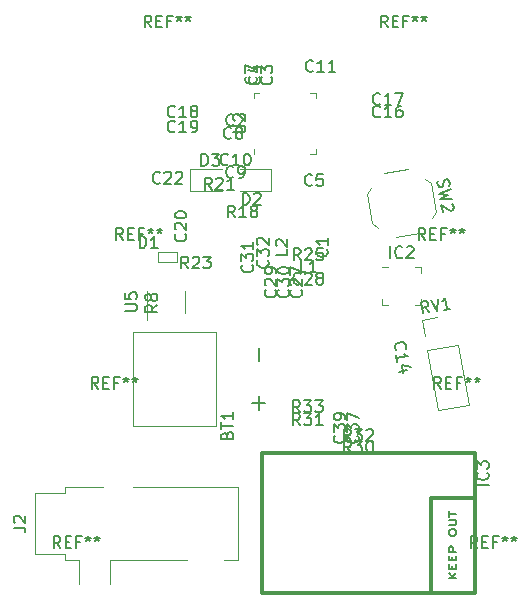
<source format=gbr>
G04 #@! TF.GenerationSoftware,KiCad,Pcbnew,(5.99.0-2290-gd34f8fd4b)*
G04 #@! TF.CreationDate,2020-11-06T19:29:50+01:00*
G04 #@! TF.ProjectId,Tympan-Nya,54796d70-616e-42d4-9e79-612e6b696361,rev?*
G04 #@! TF.SameCoordinates,PX6d878d0PY72e6100*
G04 #@! TF.FileFunction,Legend,Top*
G04 #@! TF.FilePolarity,Positive*
%FSLAX46Y46*%
G04 Gerber Fmt 4.6, Leading zero omitted, Abs format (unit mm)*
G04 Created by KiCad (PCBNEW (5.99.0-2290-gd34f8fd4b)) date 2020-11-06 19:29:50*
%MOMM*%
%LPD*%
G01*
G04 APERTURE LIST*
%ADD10C,0.150000*%
%ADD11C,0.200000*%
%ADD12C,0.120000*%
%ADD13C,0.300000*%
%ADD14C,0.100000*%
G04 APERTURE END LIST*
D10*
X-37283334Y38027620D02*
X-37616667Y38503810D01*
X-37854762Y38027620D02*
X-37854762Y39027620D01*
X-37473810Y39027620D01*
X-37378572Y38980000D01*
X-37330953Y38932381D01*
X-37283334Y38837143D01*
X-37283334Y38694286D01*
X-37330953Y38599048D01*
X-37378572Y38551429D01*
X-37473810Y38503810D01*
X-37854762Y38503810D01*
X-36854762Y38551429D02*
X-36521429Y38551429D01*
X-36378572Y38027620D02*
X-36854762Y38027620D01*
X-36854762Y39027620D01*
X-36378572Y39027620D01*
X-35616667Y38551429D02*
X-35950000Y38551429D01*
X-35950000Y38027620D02*
X-35950000Y39027620D01*
X-35473810Y39027620D01*
X-34950000Y39027620D02*
X-34950000Y38789524D01*
X-35188096Y38884762D02*
X-34950000Y38789524D01*
X-34711905Y38884762D01*
X-35092858Y38599048D02*
X-34950000Y38789524D01*
X-34807143Y38599048D01*
X-34188096Y39027620D02*
X-34188096Y38789524D01*
X-34426191Y38884762D02*
X-34188096Y38789524D01*
X-33950000Y38884762D01*
X-34330953Y38599048D02*
X-34188096Y38789524D01*
X-34045239Y38599048D01*
X-11683334Y38027620D02*
X-12016667Y38503810D01*
X-12254762Y38027620D02*
X-12254762Y39027620D01*
X-11873810Y39027620D01*
X-11778572Y38980000D01*
X-11730953Y38932381D01*
X-11683334Y38837143D01*
X-11683334Y38694286D01*
X-11730953Y38599048D01*
X-11778572Y38551429D01*
X-11873810Y38503810D01*
X-12254762Y38503810D01*
X-11254762Y38551429D02*
X-10921429Y38551429D01*
X-10778572Y38027620D02*
X-11254762Y38027620D01*
X-11254762Y39027620D01*
X-10778572Y39027620D01*
X-10016667Y38551429D02*
X-10350000Y38551429D01*
X-10350000Y38027620D02*
X-10350000Y39027620D01*
X-9873810Y39027620D01*
X-9350000Y39027620D02*
X-9350000Y38789524D01*
X-9588096Y38884762D02*
X-9350000Y38789524D01*
X-9111905Y38884762D01*
X-9492858Y38599048D02*
X-9350000Y38789524D01*
X-9207143Y38599048D01*
X-8588096Y39027620D02*
X-8588096Y38789524D01*
X-8826191Y38884762D02*
X-8588096Y38789524D01*
X-8350000Y38884762D01*
X-8730953Y38599048D02*
X-8588096Y38789524D01*
X-8445239Y38599048D01*
X-34883334Y56027620D02*
X-35216667Y56503810D01*
X-35454762Y56027620D02*
X-35454762Y57027620D01*
X-35073810Y57027620D01*
X-34978572Y56980000D01*
X-34930953Y56932381D01*
X-34883334Y56837143D01*
X-34883334Y56694286D01*
X-34930953Y56599048D01*
X-34978572Y56551429D01*
X-35073810Y56503810D01*
X-35454762Y56503810D01*
X-34454762Y56551429D02*
X-34121429Y56551429D01*
X-33978572Y56027620D02*
X-34454762Y56027620D01*
X-34454762Y57027620D01*
X-33978572Y57027620D01*
X-33216667Y56551429D02*
X-33550000Y56551429D01*
X-33550000Y56027620D02*
X-33550000Y57027620D01*
X-33073810Y57027620D01*
X-32550000Y57027620D02*
X-32550000Y56789524D01*
X-32788096Y56884762D02*
X-32550000Y56789524D01*
X-32311905Y56884762D01*
X-32692858Y56599048D02*
X-32550000Y56789524D01*
X-32407143Y56599048D01*
X-31788096Y57027620D02*
X-31788096Y56789524D01*
X-32026191Y56884762D02*
X-31788096Y56789524D01*
X-31550000Y56884762D01*
X-31930953Y56599048D02*
X-31788096Y56789524D01*
X-31645239Y56599048D01*
X-14883334Y56027620D02*
X-15216667Y56503810D01*
X-15454762Y56027620D02*
X-15454762Y57027620D01*
X-15073810Y57027620D01*
X-14978572Y56980000D01*
X-14930953Y56932381D01*
X-14883334Y56837143D01*
X-14883334Y56694286D01*
X-14930953Y56599048D01*
X-14978572Y56551429D01*
X-15073810Y56503810D01*
X-15454762Y56503810D01*
X-14454762Y56551429D02*
X-14121429Y56551429D01*
X-13978572Y56027620D02*
X-14454762Y56027620D01*
X-14454762Y57027620D01*
X-13978572Y57027620D01*
X-13216667Y56551429D02*
X-13550000Y56551429D01*
X-13550000Y56027620D02*
X-13550000Y57027620D01*
X-13073810Y57027620D01*
X-12550000Y57027620D02*
X-12550000Y56789524D01*
X-12788096Y56884762D02*
X-12550000Y56789524D01*
X-12311905Y56884762D01*
X-12692858Y56599048D02*
X-12550000Y56789524D01*
X-12407143Y56599048D01*
X-11788096Y57027620D02*
X-11788096Y56789524D01*
X-12026191Y56884762D02*
X-11788096Y56789524D01*
X-11550000Y56884762D01*
X-11930953Y56599048D02*
X-11788096Y56789524D01*
X-11645239Y56599048D01*
X-39383334Y25427620D02*
X-39716667Y25903810D01*
X-39954762Y25427620D02*
X-39954762Y26427620D01*
X-39573810Y26427620D01*
X-39478572Y26380000D01*
X-39430953Y26332381D01*
X-39383334Y26237143D01*
X-39383334Y26094286D01*
X-39430953Y25999048D01*
X-39478572Y25951429D01*
X-39573810Y25903810D01*
X-39954762Y25903810D01*
X-38954762Y25951429D02*
X-38621429Y25951429D01*
X-38478572Y25427620D02*
X-38954762Y25427620D01*
X-38954762Y26427620D01*
X-38478572Y26427620D01*
X-37716667Y25951429D02*
X-38050000Y25951429D01*
X-38050000Y25427620D02*
X-38050000Y26427620D01*
X-37573810Y26427620D01*
X-37050000Y26427620D02*
X-37050000Y26189524D01*
X-37288096Y26284762D02*
X-37050000Y26189524D01*
X-36811905Y26284762D01*
X-37192858Y25999048D02*
X-37050000Y26189524D01*
X-36907143Y25999048D01*
X-36288096Y26427620D02*
X-36288096Y26189524D01*
X-36526191Y26284762D02*
X-36288096Y26189524D01*
X-36050000Y26284762D01*
X-36430953Y25999048D02*
X-36288096Y26189524D01*
X-36145239Y25999048D01*
X-42583334Y11927620D02*
X-42916667Y12403810D01*
X-43154762Y11927620D02*
X-43154762Y12927620D01*
X-42773810Y12927620D01*
X-42678572Y12880000D01*
X-42630953Y12832381D01*
X-42583334Y12737143D01*
X-42583334Y12594286D01*
X-42630953Y12499048D01*
X-42678572Y12451429D01*
X-42773810Y12403810D01*
X-43154762Y12403810D01*
X-42154762Y12451429D02*
X-41821429Y12451429D01*
X-41678572Y11927620D02*
X-42154762Y11927620D01*
X-42154762Y12927620D01*
X-41678572Y12927620D01*
X-40916667Y12451429D02*
X-41250000Y12451429D01*
X-41250000Y11927620D02*
X-41250000Y12927620D01*
X-40773810Y12927620D01*
X-40250000Y12927620D02*
X-40250000Y12689524D01*
X-40488096Y12784762D02*
X-40250000Y12689524D01*
X-40011905Y12784762D01*
X-40392858Y12499048D02*
X-40250000Y12689524D01*
X-40107143Y12499048D01*
X-39488096Y12927620D02*
X-39488096Y12689524D01*
X-39726191Y12784762D02*
X-39488096Y12689524D01*
X-39250000Y12784762D01*
X-39630953Y12499048D02*
X-39488096Y12689524D01*
X-39345239Y12499048D01*
X-7283334Y11927620D02*
X-7616667Y12403810D01*
X-7854762Y11927620D02*
X-7854762Y12927620D01*
X-7473810Y12927620D01*
X-7378572Y12880000D01*
X-7330953Y12832381D01*
X-7283334Y12737143D01*
X-7283334Y12594286D01*
X-7330953Y12499048D01*
X-7378572Y12451429D01*
X-7473810Y12403810D01*
X-7854762Y12403810D01*
X-6854762Y12451429D02*
X-6521429Y12451429D01*
X-6378572Y11927620D02*
X-6854762Y11927620D01*
X-6854762Y12927620D01*
X-6378572Y12927620D01*
X-5616667Y12451429D02*
X-5950000Y12451429D01*
X-5950000Y11927620D02*
X-5950000Y12927620D01*
X-5473810Y12927620D01*
X-4950000Y12927620D02*
X-4950000Y12689524D01*
X-5188096Y12784762D02*
X-4950000Y12689524D01*
X-4711905Y12784762D01*
X-5092858Y12499048D02*
X-4950000Y12689524D01*
X-4807143Y12499048D01*
X-4188096Y12927620D02*
X-4188096Y12689524D01*
X-4426191Y12784762D02*
X-4188096Y12689524D01*
X-3950000Y12784762D01*
X-4330953Y12499048D02*
X-4188096Y12689524D01*
X-4045239Y12499048D01*
X-10383334Y25427620D02*
X-10716667Y25903810D01*
X-10954762Y25427620D02*
X-10954762Y26427620D01*
X-10573810Y26427620D01*
X-10478572Y26380000D01*
X-10430953Y26332381D01*
X-10383334Y26237143D01*
X-10383334Y26094286D01*
X-10430953Y25999048D01*
X-10478572Y25951429D01*
X-10573810Y25903810D01*
X-10954762Y25903810D01*
X-9954762Y25951429D02*
X-9621429Y25951429D01*
X-9478572Y25427620D02*
X-9954762Y25427620D01*
X-9954762Y26427620D01*
X-9478572Y26427620D01*
X-8716667Y25951429D02*
X-9050000Y25951429D01*
X-9050000Y25427620D02*
X-9050000Y26427620D01*
X-8573810Y26427620D01*
X-8050000Y26427620D02*
X-8050000Y26189524D01*
X-8288096Y26284762D02*
X-8050000Y26189524D01*
X-7811905Y26284762D01*
X-8192858Y25999048D02*
X-8050000Y26189524D01*
X-7907143Y25999048D01*
X-7288096Y26427620D02*
X-7288096Y26189524D01*
X-7526191Y26284762D02*
X-7288096Y26189524D01*
X-7050000Y26284762D01*
X-7430953Y25999048D02*
X-7288096Y26189524D01*
X-7145239Y25999048D01*
X-27938620Y47136096D02*
X-27129096Y47136096D01*
X-27033858Y47183715D01*
X-26986239Y47231334D01*
X-26938620Y47326572D01*
X-26938620Y47517048D01*
X-26986239Y47612286D01*
X-27033858Y47659905D01*
X-27129096Y47707524D01*
X-27938620Y47707524D01*
X-27843381Y48136096D02*
X-27891000Y48183715D01*
X-27938620Y48278953D01*
X-27938620Y48517048D01*
X-27891000Y48612286D01*
X-27843381Y48659905D01*
X-27748143Y48707524D01*
X-27652905Y48707524D01*
X-27510048Y48659905D01*
X-26938620Y48088477D01*
X-26938620Y48707524D01*
X-10644315Y43024372D02*
X-10666404Y42875417D01*
X-10625059Y42640939D01*
X-10561625Y42555416D01*
X-10506461Y42516790D01*
X-10404401Y42486432D01*
X-10310609Y42502970D01*
X-10225087Y42566403D01*
X-10186461Y42621568D01*
X-10156103Y42723628D01*
X-10142283Y42919480D01*
X-10111925Y43021540D01*
X-10073299Y43076704D01*
X-9987777Y43140138D01*
X-9893985Y43156676D01*
X-9791925Y43126318D01*
X-9736761Y43087691D01*
X-9673327Y43002169D01*
X-9631982Y42767691D01*
X-9654071Y42618735D01*
X-9549293Y42298735D02*
X-10492756Y41890609D01*
X-9756246Y41827061D01*
X-10426604Y41515444D01*
X-9400451Y41454614D01*
X-9436360Y41109807D02*
X-9381195Y41071180D01*
X-9317762Y40985658D01*
X-9276417Y40751180D01*
X-9306775Y40649120D01*
X-9345401Y40593955D01*
X-9430924Y40530522D01*
X-9524715Y40513984D01*
X-9673671Y40536073D01*
X-10335645Y40999592D01*
X-10228149Y40389949D01*
X-30650496Y44309220D02*
X-30650496Y45309220D01*
X-30412400Y45309220D01*
X-30269543Y45261600D01*
X-30174305Y45166362D01*
X-30126686Y45071124D01*
X-30079067Y44880648D01*
X-30079067Y44737791D01*
X-30126686Y44547315D01*
X-30174305Y44452077D01*
X-30269543Y44356839D01*
X-30412400Y44309220D01*
X-30650496Y44309220D01*
X-29745734Y45309220D02*
X-29126686Y45309220D01*
X-29460020Y44928267D01*
X-29317162Y44928267D01*
X-29221924Y44880648D01*
X-29174305Y44833029D01*
X-29126686Y44737791D01*
X-29126686Y44499696D01*
X-29174305Y44404458D01*
X-29221924Y44356839D01*
X-29317162Y44309220D01*
X-29602877Y44309220D01*
X-29698115Y44356839D01*
X-29745734Y44404458D01*
X-27145296Y41009220D02*
X-27145296Y42009220D01*
X-26907200Y42009220D01*
X-26764343Y41961600D01*
X-26669105Y41866362D01*
X-26621486Y41771124D01*
X-26573867Y41580648D01*
X-26573867Y41437791D01*
X-26621486Y41247315D01*
X-26669105Y41152077D01*
X-26764343Y41056839D01*
X-26907200Y41009220D01*
X-27145296Y41009220D01*
X-26192915Y41913981D02*
X-26145296Y41961600D01*
X-26050058Y42009220D01*
X-25811962Y42009220D01*
X-25716724Y41961600D01*
X-25669105Y41913981D01*
X-25621486Y41818743D01*
X-25621486Y41723505D01*
X-25669105Y41580648D01*
X-26240534Y41009220D01*
X-25621486Y41009220D01*
X-46557620Y13669867D02*
X-45843334Y13669867D01*
X-45700477Y13622248D01*
X-45605239Y13527010D01*
X-45557620Y13384153D01*
X-45557620Y13288915D01*
X-46462381Y14098439D02*
X-46510000Y14146058D01*
X-46557620Y14241296D01*
X-46557620Y14479391D01*
X-46510000Y14574629D01*
X-46462381Y14622248D01*
X-46367143Y14669867D01*
X-46271905Y14669867D01*
X-46129048Y14622248D01*
X-45557620Y14050820D01*
X-45557620Y14669867D01*
X-37119220Y32011896D02*
X-36309696Y32011896D01*
X-36214458Y32059515D01*
X-36166839Y32107134D01*
X-36119220Y32202372D01*
X-36119220Y32392848D01*
X-36166839Y32488086D01*
X-36214458Y32535705D01*
X-36309696Y32583324D01*
X-37119220Y32583324D01*
X-37119220Y33535705D02*
X-37119220Y33059515D01*
X-36643029Y33011896D01*
X-36690648Y33059515D01*
X-36738267Y33154753D01*
X-36738267Y33392848D01*
X-36690648Y33488086D01*
X-36643029Y33535705D01*
X-36547791Y33583324D01*
X-36309696Y33583324D01*
X-36214458Y33535705D01*
X-36166839Y33488086D01*
X-36119220Y33392848D01*
X-36119220Y33154753D01*
X-36166839Y33059515D01*
X-36214458Y33011896D01*
X-11342840Y31903332D02*
X-11753799Y32314406D01*
X-11905588Y31804105D02*
X-12079236Y32788912D01*
X-11704071Y32855064D01*
X-11602011Y32824706D01*
X-11546846Y32786080D01*
X-11483413Y32700558D01*
X-11458606Y32559871D01*
X-11488964Y32457811D01*
X-11527590Y32402646D01*
X-11613113Y32339212D01*
X-11988277Y32273061D01*
X-11235115Y32937754D02*
X-10733198Y32010829D01*
X-10578576Y33053519D01*
X-9560807Y32217553D02*
X-10123555Y32118325D01*
X-9842181Y32167939D02*
X-10015829Y33152747D01*
X-10084814Y32995522D01*
X-10162067Y32885193D01*
X-10247589Y32821759D01*
X-14683391Y36487620D02*
X-14683391Y37487620D01*
X-13635772Y36582858D02*
X-13683391Y36535239D01*
X-13826248Y36487620D01*
X-13921486Y36487620D01*
X-14064343Y36535239D01*
X-14159581Y36630477D01*
X-14207200Y36725715D01*
X-14254820Y36916191D01*
X-14254820Y37059048D01*
X-14207200Y37249524D01*
X-14159581Y37344762D01*
X-14064343Y37440000D01*
X-13921486Y37487620D01*
X-13826248Y37487620D01*
X-13683391Y37440000D01*
X-13635772Y37392381D01*
X-13254820Y37392381D02*
X-13207200Y37440000D01*
X-13111962Y37487620D01*
X-12873867Y37487620D01*
X-12778629Y37440000D01*
X-12731010Y37392381D01*
X-12683391Y37297143D01*
X-12683391Y37201905D01*
X-12731010Y37059048D01*
X-13302439Y36487620D01*
X-12683391Y36487620D01*
X-22300258Y23435420D02*
X-22633591Y23911610D01*
X-22871686Y23435420D02*
X-22871686Y24435420D01*
X-22490734Y24435420D01*
X-22395496Y24387800D01*
X-22347877Y24340181D01*
X-22300258Y24244943D01*
X-22300258Y24102086D01*
X-22347877Y24006848D01*
X-22395496Y23959229D01*
X-22490734Y23911610D01*
X-22871686Y23911610D01*
X-21966924Y24435420D02*
X-21347877Y24435420D01*
X-21681210Y24054467D01*
X-21538353Y24054467D01*
X-21443115Y24006848D01*
X-21395496Y23959229D01*
X-21347877Y23863991D01*
X-21347877Y23625896D01*
X-21395496Y23530658D01*
X-21443115Y23483039D01*
X-21538353Y23435420D01*
X-21824067Y23435420D01*
X-21919305Y23483039D01*
X-21966924Y23530658D01*
X-21014543Y24435420D02*
X-20395496Y24435420D01*
X-20728829Y24054467D01*
X-20585972Y24054467D01*
X-20490734Y24006848D01*
X-20443115Y23959229D01*
X-20395496Y23863991D01*
X-20395496Y23625896D01*
X-20443115Y23530658D01*
X-20490734Y23483039D01*
X-20585972Y23435420D01*
X-20871686Y23435420D01*
X-20966924Y23483039D01*
X-21014543Y23530658D01*
X-18007658Y21016820D02*
X-18340991Y21493010D01*
X-18579086Y21016820D02*
X-18579086Y22016820D01*
X-18198134Y22016820D01*
X-18102896Y21969200D01*
X-18055277Y21921581D01*
X-18007658Y21826343D01*
X-18007658Y21683486D01*
X-18055277Y21588248D01*
X-18102896Y21540629D01*
X-18198134Y21493010D01*
X-18579086Y21493010D01*
X-17674324Y22016820D02*
X-17055277Y22016820D01*
X-17388610Y21635867D01*
X-17245753Y21635867D01*
X-17150515Y21588248D01*
X-17102896Y21540629D01*
X-17055277Y21445391D01*
X-17055277Y21207296D01*
X-17102896Y21112058D01*
X-17150515Y21064439D01*
X-17245753Y21016820D01*
X-17531467Y21016820D01*
X-17626705Y21064439D01*
X-17674324Y21112058D01*
X-16674324Y21921581D02*
X-16626705Y21969200D01*
X-16531467Y22016820D01*
X-16293372Y22016820D01*
X-16198134Y21969200D01*
X-16150515Y21921581D01*
X-16102896Y21826343D01*
X-16102896Y21731105D01*
X-16150515Y21588248D01*
X-16721943Y21016820D01*
X-16102896Y21016820D01*
X-22300258Y22343220D02*
X-22633591Y22819410D01*
X-22871686Y22343220D02*
X-22871686Y23343220D01*
X-22490734Y23343220D01*
X-22395496Y23295600D01*
X-22347877Y23247981D01*
X-22300258Y23152743D01*
X-22300258Y23009886D01*
X-22347877Y22914648D01*
X-22395496Y22867029D01*
X-22490734Y22819410D01*
X-22871686Y22819410D01*
X-21966924Y23343220D02*
X-21347877Y23343220D01*
X-21681210Y22962267D01*
X-21538353Y22962267D01*
X-21443115Y22914648D01*
X-21395496Y22867029D01*
X-21347877Y22771791D01*
X-21347877Y22533696D01*
X-21395496Y22438458D01*
X-21443115Y22390839D01*
X-21538353Y22343220D01*
X-21824067Y22343220D01*
X-21919305Y22390839D01*
X-21966924Y22438458D01*
X-20395496Y22343220D02*
X-20966924Y22343220D01*
X-20681210Y22343220D02*
X-20681210Y23343220D01*
X-20776448Y23200362D01*
X-20871686Y23105124D01*
X-20966924Y23057505D01*
X-18007658Y20003220D02*
X-18340991Y20479410D01*
X-18579086Y20003220D02*
X-18579086Y21003220D01*
X-18198134Y21003220D01*
X-18102896Y20955600D01*
X-18055277Y20907981D01*
X-18007658Y20812743D01*
X-18007658Y20669886D01*
X-18055277Y20574648D01*
X-18102896Y20527029D01*
X-18198134Y20479410D01*
X-18579086Y20479410D01*
X-17674324Y21003220D02*
X-17055277Y21003220D01*
X-17388610Y20622267D01*
X-17245753Y20622267D01*
X-17150515Y20574648D01*
X-17102896Y20527029D01*
X-17055277Y20431791D01*
X-17055277Y20193696D01*
X-17102896Y20098458D01*
X-17150515Y20050839D01*
X-17245753Y20003220D01*
X-17531467Y20003220D01*
X-17626705Y20050839D01*
X-17674324Y20098458D01*
X-16436229Y21003220D02*
X-16340991Y21003220D01*
X-16245753Y20955600D01*
X-16198134Y20907981D01*
X-16150515Y20812743D01*
X-16102896Y20622267D01*
X-16102896Y20384172D01*
X-16150515Y20193696D01*
X-16198134Y20098458D01*
X-16245753Y20050839D01*
X-16340991Y20003220D01*
X-16436229Y20003220D01*
X-16531467Y20050839D01*
X-16579086Y20098458D01*
X-16626705Y20193696D01*
X-16674324Y20384172D01*
X-16674324Y20622267D01*
X-16626705Y20812743D01*
X-16579086Y20907981D01*
X-16531467Y20955600D01*
X-16436229Y21003220D01*
X-22249458Y36310820D02*
X-22582791Y36787010D01*
X-22820886Y36310820D02*
X-22820886Y37310820D01*
X-22439934Y37310820D01*
X-22344696Y37263200D01*
X-22297077Y37215581D01*
X-22249458Y37120343D01*
X-22249458Y36977486D01*
X-22297077Y36882248D01*
X-22344696Y36834629D01*
X-22439934Y36787010D01*
X-22820886Y36787010D01*
X-21868505Y37215581D02*
X-21820886Y37263200D01*
X-21725648Y37310820D01*
X-21487553Y37310820D01*
X-21392315Y37263200D01*
X-21344696Y37215581D01*
X-21297077Y37120343D01*
X-21297077Y37025105D01*
X-21344696Y36882248D01*
X-21916124Y36310820D01*
X-21297077Y36310820D01*
X-20392315Y37310820D02*
X-20868505Y37310820D01*
X-20916124Y36834629D01*
X-20868505Y36882248D01*
X-20773267Y36929867D01*
X-20535172Y36929867D01*
X-20439934Y36882248D01*
X-20392315Y36834629D01*
X-20344696Y36739391D01*
X-20344696Y36501296D01*
X-20392315Y36406058D01*
X-20439934Y36358439D01*
X-20535172Y36310820D01*
X-20773267Y36310820D01*
X-20868505Y36358439D01*
X-20916124Y36406058D01*
X-31774458Y35621820D02*
X-32107791Y36098010D01*
X-32345886Y35621820D02*
X-32345886Y36621820D01*
X-31964934Y36621820D01*
X-31869696Y36574200D01*
X-31822077Y36526581D01*
X-31774458Y36431343D01*
X-31774458Y36288486D01*
X-31822077Y36193248D01*
X-31869696Y36145629D01*
X-31964934Y36098010D01*
X-32345886Y36098010D01*
X-31393505Y36526581D02*
X-31345886Y36574200D01*
X-31250648Y36621820D01*
X-31012553Y36621820D01*
X-30917315Y36574200D01*
X-30869696Y36526581D01*
X-30822077Y36431343D01*
X-30822077Y36336105D01*
X-30869696Y36193248D01*
X-31441124Y35621820D01*
X-30822077Y35621820D01*
X-30488743Y36621820D02*
X-29869696Y36621820D01*
X-30203029Y36240867D01*
X-30060172Y36240867D01*
X-29964934Y36193248D01*
X-29917315Y36145629D01*
X-29869696Y36050391D01*
X-29869696Y35812296D01*
X-29917315Y35717058D01*
X-29964934Y35669439D01*
X-30060172Y35621820D01*
X-30345886Y35621820D01*
X-30441124Y35669439D01*
X-30488743Y35717058D01*
X-29793258Y42279820D02*
X-30126591Y42756010D01*
X-30364686Y42279820D02*
X-30364686Y43279820D01*
X-29983734Y43279820D01*
X-29888496Y43232200D01*
X-29840877Y43184581D01*
X-29793258Y43089343D01*
X-29793258Y42946486D01*
X-29840877Y42851248D01*
X-29888496Y42803629D01*
X-29983734Y42756010D01*
X-30364686Y42756010D01*
X-29412305Y43184581D02*
X-29364686Y43232200D01*
X-29269448Y43279820D01*
X-29031353Y43279820D01*
X-28936115Y43232200D01*
X-28888496Y43184581D01*
X-28840877Y43089343D01*
X-28840877Y42994105D01*
X-28888496Y42851248D01*
X-29459924Y42279820D01*
X-28840877Y42279820D01*
X-27888496Y42279820D02*
X-28459924Y42279820D01*
X-28174210Y42279820D02*
X-28174210Y43279820D01*
X-28269448Y43136962D01*
X-28364686Y43041724D01*
X-28459924Y42994105D01*
X-27812058Y39939820D02*
X-28145391Y40416010D01*
X-28383486Y39939820D02*
X-28383486Y40939820D01*
X-28002534Y40939820D01*
X-27907296Y40892200D01*
X-27859677Y40844581D01*
X-27812058Y40749343D01*
X-27812058Y40606486D01*
X-27859677Y40511248D01*
X-27907296Y40463629D01*
X-28002534Y40416010D01*
X-28383486Y40416010D01*
X-26859677Y39939820D02*
X-27431105Y39939820D01*
X-27145391Y39939820D02*
X-27145391Y40939820D01*
X-27240629Y40796962D01*
X-27335867Y40701724D01*
X-27431105Y40654105D01*
X-26288248Y40511248D02*
X-26383486Y40558867D01*
X-26431105Y40606486D01*
X-26478724Y40701724D01*
X-26478724Y40749343D01*
X-26431105Y40844581D01*
X-26383486Y40892200D01*
X-26288248Y40939820D01*
X-26097772Y40939820D01*
X-26002534Y40892200D01*
X-25954915Y40844581D01*
X-25907296Y40749343D01*
X-25907296Y40701724D01*
X-25954915Y40606486D01*
X-26002534Y40558867D01*
X-26097772Y40511248D01*
X-26288248Y40511248D01*
X-26383486Y40463629D01*
X-26431105Y40416010D01*
X-26478724Y40320772D01*
X-26478724Y40130296D01*
X-26431105Y40035058D01*
X-26383486Y39987439D01*
X-26288248Y39939820D01*
X-26097772Y39939820D01*
X-26002534Y39987439D01*
X-25954915Y40035058D01*
X-25907296Y40130296D01*
X-25907296Y40320772D01*
X-25954915Y40416010D01*
X-26002534Y40463629D01*
X-26097772Y40511248D01*
X-34386020Y32505534D02*
X-34862210Y32172200D01*
X-34386020Y31934105D02*
X-35386020Y31934105D01*
X-35386020Y32315058D01*
X-35338400Y32410296D01*
X-35290781Y32457915D01*
X-35195543Y32505534D01*
X-35052686Y32505534D01*
X-34957448Y32457915D01*
X-34909829Y32410296D01*
X-34862210Y32315058D01*
X-34862210Y31934105D01*
X-34957448Y33076962D02*
X-35005067Y32981724D01*
X-35052686Y32934105D01*
X-35147924Y32886486D01*
X-35195543Y32886486D01*
X-35290781Y32934105D01*
X-35338400Y32981724D01*
X-35386020Y33076962D01*
X-35386020Y33267439D01*
X-35338400Y33362677D01*
X-35290781Y33410296D01*
X-35195543Y33457915D01*
X-35147924Y33457915D01*
X-35052686Y33410296D01*
X-35005067Y33362677D01*
X-34957448Y33267439D01*
X-34957448Y33076962D01*
X-34909829Y32981724D01*
X-34862210Y32934105D01*
X-34766972Y32886486D01*
X-34576496Y32886486D01*
X-34481258Y32934105D01*
X-34433639Y32981724D01*
X-34386020Y33076962D01*
X-34386020Y33267439D01*
X-34433639Y33362677D01*
X-34481258Y33410296D01*
X-34576496Y33457915D01*
X-34766972Y33457915D01*
X-34862210Y33410296D01*
X-34909829Y33362677D01*
X-34957448Y33267439D01*
X-18555458Y21465343D02*
X-18507839Y21417724D01*
X-18460220Y21274867D01*
X-18460220Y21179629D01*
X-18507839Y21036772D01*
X-18603077Y20941534D01*
X-18698315Y20893915D01*
X-18888791Y20846296D01*
X-19031648Y20846296D01*
X-19222124Y20893915D01*
X-19317362Y20941534D01*
X-19412600Y21036772D01*
X-19460220Y21179629D01*
X-19460220Y21274867D01*
X-19412600Y21417724D01*
X-19364981Y21465343D01*
X-19460220Y21798677D02*
X-19460220Y22417724D01*
X-19079267Y22084391D01*
X-19079267Y22227248D01*
X-19031648Y22322486D01*
X-18984029Y22370105D01*
X-18888791Y22417724D01*
X-18650696Y22417724D01*
X-18555458Y22370105D01*
X-18507839Y22322486D01*
X-18460220Y22227248D01*
X-18460220Y21941534D01*
X-18507839Y21846296D01*
X-18555458Y21798677D01*
X-18460220Y22893915D02*
X-18460220Y23084391D01*
X-18507839Y23179629D01*
X-18555458Y23227248D01*
X-18698315Y23322486D01*
X-18888791Y23370105D01*
X-19269743Y23370105D01*
X-19364981Y23322486D01*
X-19412600Y23274867D01*
X-19460220Y23179629D01*
X-19460220Y22989153D01*
X-19412600Y22893915D01*
X-19364981Y22846296D01*
X-19269743Y22798677D01*
X-19031648Y22798677D01*
X-18936410Y22846296D01*
X-18888791Y22893915D01*
X-18841172Y22989153D01*
X-18841172Y23179629D01*
X-18888791Y23274867D01*
X-18936410Y23322486D01*
X-19031648Y23370105D01*
X-17437858Y21462943D02*
X-17390239Y21415324D01*
X-17342620Y21272467D01*
X-17342620Y21177229D01*
X-17390239Y21034372D01*
X-17485477Y20939134D01*
X-17580715Y20891515D01*
X-17771191Y20843896D01*
X-17914048Y20843896D01*
X-18104524Y20891515D01*
X-18199762Y20939134D01*
X-18295000Y21034372D01*
X-18342620Y21177229D01*
X-18342620Y21272467D01*
X-18295000Y21415324D01*
X-18247381Y21462943D01*
X-18342620Y21796277D02*
X-18342620Y22415324D01*
X-17961667Y22081991D01*
X-17961667Y22224848D01*
X-17914048Y22320086D01*
X-17866429Y22367705D01*
X-17771191Y22415324D01*
X-17533096Y22415324D01*
X-17437858Y22367705D01*
X-17390239Y22320086D01*
X-17342620Y22224848D01*
X-17342620Y21939134D01*
X-17390239Y21843896D01*
X-17437858Y21796277D01*
X-18342620Y22748658D02*
X-18342620Y23415324D01*
X-17342620Y22986753D01*
X-25047177Y36302229D02*
X-24999558Y36254610D01*
X-24951939Y36111753D01*
X-24951939Y36016515D01*
X-24999558Y35873658D01*
X-25094796Y35778420D01*
X-25190034Y35730801D01*
X-25380510Y35683182D01*
X-25523367Y35683182D01*
X-25713843Y35730801D01*
X-25809081Y35778420D01*
X-25904319Y35873658D01*
X-25951939Y36016515D01*
X-25951939Y36111753D01*
X-25904319Y36254610D01*
X-25856700Y36302229D01*
X-25951939Y36635563D02*
X-25951939Y37254610D01*
X-25570986Y36921277D01*
X-25570986Y37064134D01*
X-25523367Y37159372D01*
X-25475748Y37206991D01*
X-25380510Y37254610D01*
X-25142415Y37254610D01*
X-25047177Y37206991D01*
X-24999558Y37159372D01*
X-24951939Y37064134D01*
X-24951939Y36778420D01*
X-24999558Y36683182D01*
X-25047177Y36635563D01*
X-25856700Y37635563D02*
X-25904319Y37683182D01*
X-25951939Y37778420D01*
X-25951939Y38016515D01*
X-25904319Y38111753D01*
X-25856700Y38159372D01*
X-25761462Y38206991D01*
X-25666224Y38206991D01*
X-25523367Y38159372D01*
X-24951939Y37587944D01*
X-24951939Y38206991D01*
X-26360378Y35906750D02*
X-26312759Y35859131D01*
X-26265140Y35716274D01*
X-26265140Y35621036D01*
X-26312759Y35478179D01*
X-26407997Y35382941D01*
X-26503235Y35335322D01*
X-26693711Y35287703D01*
X-26836568Y35287703D01*
X-27027044Y35335322D01*
X-27122282Y35382941D01*
X-27217520Y35478179D01*
X-27265140Y35621036D01*
X-27265140Y35716274D01*
X-27217520Y35859131D01*
X-27169901Y35906750D01*
X-27265140Y36240084D02*
X-27265140Y36859131D01*
X-26884187Y36525798D01*
X-26884187Y36668655D01*
X-26836568Y36763893D01*
X-26788949Y36811512D01*
X-26693711Y36859131D01*
X-26455616Y36859131D01*
X-26360378Y36811512D01*
X-26312759Y36763893D01*
X-26265140Y36668655D01*
X-26265140Y36382941D01*
X-26312759Y36287703D01*
X-26360378Y36240084D01*
X-26265140Y37811512D02*
X-26265140Y37240084D01*
X-26265140Y37525798D02*
X-27265140Y37525798D01*
X-27122282Y37430560D01*
X-27027044Y37335322D01*
X-26979425Y37240084D01*
X-23305258Y33807343D02*
X-23257639Y33759724D01*
X-23210020Y33616867D01*
X-23210020Y33521629D01*
X-23257639Y33378772D01*
X-23352877Y33283534D01*
X-23448115Y33235915D01*
X-23638591Y33188296D01*
X-23781448Y33188296D01*
X-23971924Y33235915D01*
X-24067162Y33283534D01*
X-24162400Y33378772D01*
X-24210020Y33521629D01*
X-24210020Y33616867D01*
X-24162400Y33759724D01*
X-24114781Y33807343D01*
X-24210020Y34140677D02*
X-24210020Y34759724D01*
X-23829067Y34426391D01*
X-23829067Y34569248D01*
X-23781448Y34664486D01*
X-23733829Y34712105D01*
X-23638591Y34759724D01*
X-23400496Y34759724D01*
X-23305258Y34712105D01*
X-23257639Y34664486D01*
X-23210020Y34569248D01*
X-23210020Y34283534D01*
X-23257639Y34188296D01*
X-23305258Y34140677D01*
X-24210020Y35378772D02*
X-24210020Y35474010D01*
X-24162400Y35569248D01*
X-24114781Y35616867D01*
X-24019543Y35664486D01*
X-23829067Y35712105D01*
X-23590972Y35712105D01*
X-23400496Y35664486D01*
X-23305258Y35616867D01*
X-23257639Y35569248D01*
X-23210020Y35474010D01*
X-23210020Y35378772D01*
X-23257639Y35283534D01*
X-23305258Y35235915D01*
X-23400496Y35188296D01*
X-23590972Y35140677D01*
X-23829067Y35140677D01*
X-24019543Y35188296D01*
X-24114781Y35235915D01*
X-24162400Y35283534D01*
X-24210020Y35378772D01*
X-24397458Y33807343D02*
X-24349839Y33759724D01*
X-24302220Y33616867D01*
X-24302220Y33521629D01*
X-24349839Y33378772D01*
X-24445077Y33283534D01*
X-24540315Y33235915D01*
X-24730791Y33188296D01*
X-24873648Y33188296D01*
X-25064124Y33235915D01*
X-25159362Y33283534D01*
X-25254600Y33378772D01*
X-25302220Y33521629D01*
X-25302220Y33616867D01*
X-25254600Y33759724D01*
X-25206981Y33807343D01*
X-25206981Y34188296D02*
X-25254600Y34235915D01*
X-25302220Y34331153D01*
X-25302220Y34569248D01*
X-25254600Y34664486D01*
X-25206981Y34712105D01*
X-25111743Y34759724D01*
X-25016505Y34759724D01*
X-24873648Y34712105D01*
X-24302220Y34140677D01*
X-24302220Y34759724D01*
X-24302220Y35235915D02*
X-24302220Y35426391D01*
X-24349839Y35521629D01*
X-24397458Y35569248D01*
X-24540315Y35664486D01*
X-24730791Y35712105D01*
X-25111743Y35712105D01*
X-25206981Y35664486D01*
X-25254600Y35616867D01*
X-25302220Y35521629D01*
X-25302220Y35331153D01*
X-25254600Y35235915D01*
X-25206981Y35188296D01*
X-25111743Y35140677D01*
X-24873648Y35140677D01*
X-24778410Y35188296D01*
X-24730791Y35235915D01*
X-24683172Y35331153D01*
X-24683172Y35521629D01*
X-24730791Y35616867D01*
X-24778410Y35664486D01*
X-24873648Y35712105D01*
X-22249458Y34348658D02*
X-22297077Y34301039D01*
X-22439934Y34253420D01*
X-22535172Y34253420D01*
X-22678029Y34301039D01*
X-22773267Y34396277D01*
X-22820886Y34491515D01*
X-22868505Y34681991D01*
X-22868505Y34824848D01*
X-22820886Y35015324D01*
X-22773267Y35110562D01*
X-22678029Y35205800D01*
X-22535172Y35253420D01*
X-22439934Y35253420D01*
X-22297077Y35205800D01*
X-22249458Y35158181D01*
X-21868505Y35158181D02*
X-21820886Y35205800D01*
X-21725648Y35253420D01*
X-21487553Y35253420D01*
X-21392315Y35205800D01*
X-21344696Y35158181D01*
X-21297077Y35062943D01*
X-21297077Y34967705D01*
X-21344696Y34824848D01*
X-21916124Y34253420D01*
X-21297077Y34253420D01*
X-20725648Y34824848D02*
X-20820886Y34872467D01*
X-20868505Y34920086D01*
X-20916124Y35015324D01*
X-20916124Y35062943D01*
X-20868505Y35158181D01*
X-20820886Y35205800D01*
X-20725648Y35253420D01*
X-20535172Y35253420D01*
X-20439934Y35205800D01*
X-20392315Y35158181D01*
X-20344696Y35062943D01*
X-20344696Y35015324D01*
X-20392315Y34920086D01*
X-20439934Y34872467D01*
X-20535172Y34824848D01*
X-20725648Y34824848D01*
X-20820886Y34777229D01*
X-20868505Y34729610D01*
X-20916124Y34634372D01*
X-20916124Y34443896D01*
X-20868505Y34348658D01*
X-20820886Y34301039D01*
X-20725648Y34253420D01*
X-20535172Y34253420D01*
X-20439934Y34301039D01*
X-20392315Y34348658D01*
X-20344696Y34443896D01*
X-20344696Y34634372D01*
X-20392315Y34729610D01*
X-20439934Y34777229D01*
X-20535172Y34824848D01*
X-22213058Y33807343D02*
X-22165439Y33759724D01*
X-22117820Y33616867D01*
X-22117820Y33521629D01*
X-22165439Y33378772D01*
X-22260677Y33283534D01*
X-22355915Y33235915D01*
X-22546391Y33188296D01*
X-22689248Y33188296D01*
X-22879724Y33235915D01*
X-22974962Y33283534D01*
X-23070200Y33378772D01*
X-23117820Y33521629D01*
X-23117820Y33616867D01*
X-23070200Y33759724D01*
X-23022581Y33807343D01*
X-23022581Y34188296D02*
X-23070200Y34235915D01*
X-23117820Y34331153D01*
X-23117820Y34569248D01*
X-23070200Y34664486D01*
X-23022581Y34712105D01*
X-22927343Y34759724D01*
X-22832105Y34759724D01*
X-22689248Y34712105D01*
X-22117820Y34140677D01*
X-22117820Y34759724D01*
X-23117820Y35093058D02*
X-23117820Y35759724D01*
X-22117820Y35331153D01*
X-34162058Y42883058D02*
X-34209677Y42835439D01*
X-34352534Y42787820D01*
X-34447772Y42787820D01*
X-34590629Y42835439D01*
X-34685867Y42930677D01*
X-34733486Y43025915D01*
X-34781105Y43216391D01*
X-34781105Y43359248D01*
X-34733486Y43549724D01*
X-34685867Y43644962D01*
X-34590629Y43740200D01*
X-34447772Y43787820D01*
X-34352534Y43787820D01*
X-34209677Y43740200D01*
X-34162058Y43692581D01*
X-33781105Y43692581D02*
X-33733486Y43740200D01*
X-33638248Y43787820D01*
X-33400153Y43787820D01*
X-33304915Y43740200D01*
X-33257296Y43692581D01*
X-33209677Y43597343D01*
X-33209677Y43502105D01*
X-33257296Y43359248D01*
X-33828724Y42787820D01*
X-33209677Y42787820D01*
X-32828724Y43692581D02*
X-32781105Y43740200D01*
X-32685867Y43787820D01*
X-32447772Y43787820D01*
X-32352534Y43740200D01*
X-32304915Y43692581D01*
X-32257296Y43597343D01*
X-32257296Y43502105D01*
X-32304915Y43359248D01*
X-32876343Y42787820D01*
X-32257296Y42787820D01*
X-32020658Y38531743D02*
X-31973039Y38484124D01*
X-31925420Y38341267D01*
X-31925420Y38246029D01*
X-31973039Y38103172D01*
X-32068277Y38007934D01*
X-32163515Y37960315D01*
X-32353991Y37912696D01*
X-32496848Y37912696D01*
X-32687324Y37960315D01*
X-32782562Y38007934D01*
X-32877800Y38103172D01*
X-32925420Y38246029D01*
X-32925420Y38341267D01*
X-32877800Y38484124D01*
X-32830181Y38531743D01*
X-32830181Y38912696D02*
X-32877800Y38960315D01*
X-32925420Y39055553D01*
X-32925420Y39293648D01*
X-32877800Y39388886D01*
X-32830181Y39436505D01*
X-32734943Y39484124D01*
X-32639705Y39484124D01*
X-32496848Y39436505D01*
X-31925420Y38865077D01*
X-31925420Y39484124D01*
X-32925420Y40103172D02*
X-32925420Y40198410D01*
X-32877800Y40293648D01*
X-32830181Y40341267D01*
X-32734943Y40388886D01*
X-32544467Y40436505D01*
X-32306372Y40436505D01*
X-32115896Y40388886D01*
X-32020658Y40341267D01*
X-31973039Y40293648D01*
X-31925420Y40198410D01*
X-31925420Y40103172D01*
X-31973039Y40007934D01*
X-32020658Y39960315D01*
X-32115896Y39912696D01*
X-32306372Y39865077D01*
X-32544467Y39865077D01*
X-32734943Y39912696D01*
X-32830181Y39960315D01*
X-32877800Y40007934D01*
X-32925420Y40103172D01*
X-32892058Y47223258D02*
X-32939677Y47175639D01*
X-33082534Y47128020D01*
X-33177772Y47128020D01*
X-33320629Y47175639D01*
X-33415867Y47270877D01*
X-33463486Y47366115D01*
X-33511105Y47556591D01*
X-33511105Y47699448D01*
X-33463486Y47889924D01*
X-33415867Y47985162D01*
X-33320629Y48080400D01*
X-33177772Y48128020D01*
X-33082534Y48128020D01*
X-32939677Y48080400D01*
X-32892058Y48032781D01*
X-31939677Y47128020D02*
X-32511105Y47128020D01*
X-32225391Y47128020D02*
X-32225391Y48128020D01*
X-32320629Y47985162D01*
X-32415867Y47889924D01*
X-32511105Y47842305D01*
X-31463486Y47128020D02*
X-31273010Y47128020D01*
X-31177772Y47175639D01*
X-31130153Y47223258D01*
X-31034915Y47366115D01*
X-30987296Y47556591D01*
X-30987296Y47937543D01*
X-31034915Y48032781D01*
X-31082534Y48080400D01*
X-31177772Y48128020D01*
X-31368248Y48128020D01*
X-31463486Y48080400D01*
X-31511105Y48032781D01*
X-31558724Y47937543D01*
X-31558724Y47699448D01*
X-31511105Y47604210D01*
X-31463486Y47556591D01*
X-31368248Y47508972D01*
X-31177772Y47508972D01*
X-31082534Y47556591D01*
X-31034915Y47604210D01*
X-30987296Y47699448D01*
X-32892058Y48496458D02*
X-32939677Y48448839D01*
X-33082534Y48401220D01*
X-33177772Y48401220D01*
X-33320629Y48448839D01*
X-33415867Y48544077D01*
X-33463486Y48639315D01*
X-33511105Y48829791D01*
X-33511105Y48972648D01*
X-33463486Y49163124D01*
X-33415867Y49258362D01*
X-33320629Y49353600D01*
X-33177772Y49401220D01*
X-33082534Y49401220D01*
X-32939677Y49353600D01*
X-32892058Y49305981D01*
X-31939677Y48401220D02*
X-32511105Y48401220D01*
X-32225391Y48401220D02*
X-32225391Y49401220D01*
X-32320629Y49258362D01*
X-32415867Y49163124D01*
X-32511105Y49115505D01*
X-31368248Y48972648D02*
X-31463486Y49020267D01*
X-31511105Y49067886D01*
X-31558724Y49163124D01*
X-31558724Y49210743D01*
X-31511105Y49305981D01*
X-31463486Y49353600D01*
X-31368248Y49401220D01*
X-31177772Y49401220D01*
X-31082534Y49353600D01*
X-31034915Y49305981D01*
X-30987296Y49210743D01*
X-30987296Y49163124D01*
X-31034915Y49067886D01*
X-31082534Y49020267D01*
X-31177772Y48972648D01*
X-31368248Y48972648D01*
X-31463486Y48925029D01*
X-31511105Y48877410D01*
X-31558724Y48782172D01*
X-31558724Y48591696D01*
X-31511105Y48496458D01*
X-31463486Y48448839D01*
X-31368248Y48401220D01*
X-31177772Y48401220D01*
X-31082534Y48448839D01*
X-31034915Y48496458D01*
X-30987296Y48591696D01*
X-30987296Y48782172D01*
X-31034915Y48877410D01*
X-31082534Y48925029D01*
X-31177772Y48972648D01*
X-15518458Y49563258D02*
X-15566077Y49515639D01*
X-15708934Y49468020D01*
X-15804172Y49468020D01*
X-15947029Y49515639D01*
X-16042267Y49610877D01*
X-16089886Y49706115D01*
X-16137505Y49896591D01*
X-16137505Y50039448D01*
X-16089886Y50229924D01*
X-16042267Y50325162D01*
X-15947029Y50420400D01*
X-15804172Y50468020D01*
X-15708934Y50468020D01*
X-15566077Y50420400D01*
X-15518458Y50372781D01*
X-14566077Y49468020D02*
X-15137505Y49468020D01*
X-14851791Y49468020D02*
X-14851791Y50468020D01*
X-14947029Y50325162D01*
X-15042267Y50229924D01*
X-15137505Y50182305D01*
X-14232743Y50468020D02*
X-13566077Y50468020D01*
X-13994648Y49468020D01*
X-15518458Y48496458D02*
X-15566077Y48448839D01*
X-15708934Y48401220D01*
X-15804172Y48401220D01*
X-15947029Y48448839D01*
X-16042267Y48544077D01*
X-16089886Y48639315D01*
X-16137505Y48829791D01*
X-16137505Y48972648D01*
X-16089886Y49163124D01*
X-16042267Y49258362D01*
X-15947029Y49353600D01*
X-15804172Y49401220D01*
X-15708934Y49401220D01*
X-15566077Y49353600D01*
X-15518458Y49305981D01*
X-14566077Y48401220D02*
X-15137505Y48401220D01*
X-14851791Y48401220D02*
X-14851791Y49401220D01*
X-14947029Y49258362D01*
X-15042267Y49163124D01*
X-15137505Y49115505D01*
X-13708934Y49401220D02*
X-13899410Y49401220D01*
X-13994648Y49353600D01*
X-14042267Y49305981D01*
X-14137505Y49163124D01*
X-14185124Y48972648D01*
X-14185124Y48591696D01*
X-14137505Y48496458D01*
X-14089886Y48448839D01*
X-13994648Y48401220D01*
X-13804172Y48401220D01*
X-13708934Y48448839D01*
X-13661315Y48496458D01*
X-13613696Y48591696D01*
X-13613696Y48829791D01*
X-13661315Y48925029D01*
X-13708934Y48972648D01*
X-13804172Y49020267D01*
X-13994648Y49020267D01*
X-14089886Y48972648D01*
X-14137505Y48925029D01*
X-14185124Y48829791D01*
X-14154374Y28671306D02*
X-14209538Y28709933D01*
X-14281241Y28842350D01*
X-14297779Y28936142D01*
X-14275690Y29085097D01*
X-14198436Y29195427D01*
X-14112914Y29258860D01*
X-13933601Y29338832D01*
X-13792914Y29363638D01*
X-13597063Y29349819D01*
X-13495002Y29319461D01*
X-13384673Y29242208D01*
X-13312971Y29109790D01*
X-13296433Y29015999D01*
X-13318522Y28867043D01*
X-13357148Y28811878D01*
X-14082786Y27716856D02*
X-14182013Y28279603D01*
X-14132399Y27998230D02*
X-13147592Y28171878D01*
X-13304816Y28240862D01*
X-13415145Y28318115D01*
X-13478579Y28403638D01*
X-13277406Y26988500D02*
X-13933944Y26872735D01*
X-12943586Y27289130D02*
X-13688365Y27399574D01*
X-13580868Y26789931D01*
X-21208058Y52357258D02*
X-21255677Y52309639D01*
X-21398534Y52262020D01*
X-21493772Y52262020D01*
X-21636629Y52309639D01*
X-21731867Y52404877D01*
X-21779486Y52500115D01*
X-21827105Y52690591D01*
X-21827105Y52833448D01*
X-21779486Y53023924D01*
X-21731867Y53119162D01*
X-21636629Y53214400D01*
X-21493772Y53262020D01*
X-21398534Y53262020D01*
X-21255677Y53214400D01*
X-21208058Y53166781D01*
X-20255677Y52262020D02*
X-20827105Y52262020D01*
X-20541391Y52262020D02*
X-20541391Y53262020D01*
X-20636629Y53119162D01*
X-20731867Y53023924D01*
X-20827105Y52976305D01*
X-19303296Y52262020D02*
X-19874724Y52262020D01*
X-19589010Y52262020D02*
X-19589010Y53262020D01*
X-19684248Y53119162D01*
X-19779486Y53023924D01*
X-19874724Y52976305D01*
X-28396258Y44429258D02*
X-28443877Y44381639D01*
X-28586734Y44334020D01*
X-28681972Y44334020D01*
X-28824829Y44381639D01*
X-28920067Y44476877D01*
X-28967686Y44572115D01*
X-29015305Y44762591D01*
X-29015305Y44905448D01*
X-28967686Y45095924D01*
X-28920067Y45191162D01*
X-28824829Y45286400D01*
X-28681972Y45334020D01*
X-28586734Y45334020D01*
X-28443877Y45286400D01*
X-28396258Y45238781D01*
X-27443877Y44334020D02*
X-28015305Y44334020D01*
X-27729591Y44334020D02*
X-27729591Y45334020D01*
X-27824829Y45191162D01*
X-27920067Y45095924D01*
X-28015305Y45048305D01*
X-26824829Y45334020D02*
X-26729591Y45334020D01*
X-26634353Y45286400D01*
X-26586734Y45238781D01*
X-26539115Y45143543D01*
X-26491496Y44953067D01*
X-26491496Y44714972D01*
X-26539115Y44524496D01*
X-26586734Y44429258D01*
X-26634353Y44381639D01*
X-26729591Y44334020D01*
X-26824829Y44334020D01*
X-26920067Y44381639D01*
X-26967686Y44429258D01*
X-27015305Y44524496D01*
X-27062924Y44714972D01*
X-27062924Y44953067D01*
X-27015305Y45143543D01*
X-26967686Y45238781D01*
X-26920067Y45286400D01*
X-26824829Y45334020D01*
X-27945467Y43362458D02*
X-27993086Y43314839D01*
X-28135943Y43267220D01*
X-28231181Y43267220D01*
X-28374039Y43314839D01*
X-28469277Y43410077D01*
X-28516896Y43505315D01*
X-28564515Y43695791D01*
X-28564515Y43838648D01*
X-28516896Y44029124D01*
X-28469277Y44124362D01*
X-28374039Y44219600D01*
X-28231181Y44267220D01*
X-28135943Y44267220D01*
X-27993086Y44219600D01*
X-27945467Y44171981D01*
X-27469277Y43267220D02*
X-27278800Y43267220D01*
X-27183562Y43314839D01*
X-27135943Y43362458D01*
X-27040705Y43505315D01*
X-26993086Y43695791D01*
X-26993086Y44076743D01*
X-27040705Y44171981D01*
X-27088324Y44219600D01*
X-27183562Y44267220D01*
X-27374039Y44267220D01*
X-27469277Y44219600D01*
X-27516896Y44171981D01*
X-27564515Y44076743D01*
X-27564515Y43838648D01*
X-27516896Y43743410D01*
X-27469277Y43695791D01*
X-27374039Y43648172D01*
X-27183562Y43648172D01*
X-27088324Y43695791D01*
X-27040705Y43743410D01*
X-26993086Y43838648D01*
X-28132493Y46665483D02*
X-28180112Y46617864D01*
X-28322969Y46570245D01*
X-28418207Y46570245D01*
X-28561065Y46617864D01*
X-28656303Y46713102D01*
X-28703922Y46808340D01*
X-28751541Y46998816D01*
X-28751541Y47141673D01*
X-28703922Y47332149D01*
X-28656303Y47427387D01*
X-28561065Y47522625D01*
X-28418207Y47570245D01*
X-28322969Y47570245D01*
X-28180112Y47522625D01*
X-28132493Y47475006D01*
X-27561065Y47141673D02*
X-27656303Y47189292D01*
X-27703922Y47236911D01*
X-27751541Y47332149D01*
X-27751541Y47379768D01*
X-27703922Y47475006D01*
X-27656303Y47522625D01*
X-27561065Y47570245D01*
X-27370588Y47570245D01*
X-27275350Y47522625D01*
X-27227731Y47475006D01*
X-27180112Y47379768D01*
X-27180112Y47332149D01*
X-27227731Y47236911D01*
X-27275350Y47189292D01*
X-27370588Y47141673D01*
X-27561065Y47141673D01*
X-27656303Y47094054D01*
X-27703922Y47046435D01*
X-27751541Y46951197D01*
X-27751541Y46760721D01*
X-27703922Y46665483D01*
X-27656303Y46617864D01*
X-27561065Y46570245D01*
X-27370588Y46570245D01*
X-27275350Y46617864D01*
X-27227731Y46665483D01*
X-27180112Y46760721D01*
X-27180112Y46951197D01*
X-27227731Y47046435D01*
X-27275350Y47094054D01*
X-27370588Y47141673D01*
X-26047762Y51852093D02*
X-26000143Y51804474D01*
X-25952524Y51661617D01*
X-25952524Y51566379D01*
X-26000143Y51423521D01*
X-26095381Y51328283D01*
X-26190619Y51280664D01*
X-26381095Y51233045D01*
X-26523952Y51233045D01*
X-26714428Y51280664D01*
X-26809666Y51328283D01*
X-26904904Y51423521D01*
X-26952524Y51566379D01*
X-26952524Y51661617D01*
X-26904904Y51804474D01*
X-26857285Y51852093D01*
X-26952524Y52185426D02*
X-26952524Y52852093D01*
X-25952524Y52423521D01*
X-21290667Y42702058D02*
X-21338286Y42654439D01*
X-21481143Y42606820D01*
X-21576381Y42606820D01*
X-21719239Y42654439D01*
X-21814477Y42749677D01*
X-21862096Y42844915D01*
X-21909715Y43035391D01*
X-21909715Y43178248D01*
X-21862096Y43368724D01*
X-21814477Y43463962D01*
X-21719239Y43559200D01*
X-21576381Y43606820D01*
X-21481143Y43606820D01*
X-21338286Y43559200D01*
X-21290667Y43511581D01*
X-20385905Y43606820D02*
X-20862096Y43606820D01*
X-20909715Y43130629D01*
X-20862096Y43178248D01*
X-20766858Y43225867D01*
X-20528762Y43225867D01*
X-20433524Y43178248D01*
X-20385905Y43130629D01*
X-20338286Y43035391D01*
X-20338286Y42797296D01*
X-20385905Y42702058D01*
X-20433524Y42654439D01*
X-20528762Y42606820D01*
X-20766858Y42606820D01*
X-20862096Y42654439D01*
X-20909715Y42702058D01*
X-25743658Y51834934D02*
X-25696039Y51787315D01*
X-25648420Y51644458D01*
X-25648420Y51549220D01*
X-25696039Y51406362D01*
X-25791277Y51311124D01*
X-25886515Y51263505D01*
X-26076991Y51215886D01*
X-26219848Y51215886D01*
X-26410324Y51263505D01*
X-26505562Y51311124D01*
X-26600800Y51406362D01*
X-26648420Y51549220D01*
X-26648420Y51644458D01*
X-26600800Y51787315D01*
X-26553181Y51834934D01*
X-26315086Y52692077D02*
X-25648420Y52692077D01*
X-26696039Y52453981D02*
X-25981753Y52215886D01*
X-25981753Y52834934D01*
X-24727658Y51834934D02*
X-24680039Y51787315D01*
X-24632420Y51644458D01*
X-24632420Y51549220D01*
X-24680039Y51406362D01*
X-24775277Y51311124D01*
X-24870515Y51263505D01*
X-25060991Y51215886D01*
X-25203848Y51215886D01*
X-25394324Y51263505D01*
X-25489562Y51311124D01*
X-25584800Y51406362D01*
X-25632420Y51549220D01*
X-25632420Y51644458D01*
X-25584800Y51787315D01*
X-25537181Y51834934D01*
X-25632420Y52168267D02*
X-25632420Y52787315D01*
X-25251467Y52453981D01*
X-25251467Y52596839D01*
X-25203848Y52692077D01*
X-25156229Y52739696D01*
X-25060991Y52787315D01*
X-24822896Y52787315D01*
X-24727658Y52739696D01*
X-24680039Y52692077D01*
X-24632420Y52596839D01*
X-24632420Y52311124D01*
X-24680039Y52215886D01*
X-24727658Y52168267D01*
X-27920067Y47785258D02*
X-27967686Y47737639D01*
X-28110543Y47690020D01*
X-28205781Y47690020D01*
X-28348639Y47737639D01*
X-28443877Y47832877D01*
X-28491496Y47928115D01*
X-28539115Y48118591D01*
X-28539115Y48261448D01*
X-28491496Y48451924D01*
X-28443877Y48547162D01*
X-28348639Y48642400D01*
X-28205781Y48690020D01*
X-28110543Y48690020D01*
X-27967686Y48642400D01*
X-27920067Y48594781D01*
X-27539115Y48594781D02*
X-27491496Y48642400D01*
X-27396258Y48690020D01*
X-27158162Y48690020D01*
X-27062924Y48642400D01*
X-27015305Y48594781D01*
X-26967686Y48499543D01*
X-26967686Y48404305D01*
X-27015305Y48261448D01*
X-27586734Y47690020D01*
X-26967686Y47690020D01*
X-20028658Y37229934D02*
X-19981039Y37182315D01*
X-19933420Y37039458D01*
X-19933420Y36944220D01*
X-19981039Y36801362D01*
X-20076277Y36706124D01*
X-20171515Y36658505D01*
X-20361991Y36610886D01*
X-20504848Y36610886D01*
X-20695324Y36658505D01*
X-20790562Y36706124D01*
X-20885800Y36801362D01*
X-20933420Y36944220D01*
X-20933420Y37039458D01*
X-20885800Y37182315D01*
X-20838181Y37229934D01*
X-19933420Y38182315D02*
X-19933420Y37610886D01*
X-19933420Y37896600D02*
X-20933420Y37896600D01*
X-20790562Y37801362D01*
X-20695324Y37706124D01*
X-20647705Y37610886D01*
X-23365620Y37229934D02*
X-23365620Y36753743D01*
X-24365620Y36753743D01*
X-24270381Y37515648D02*
X-24318000Y37563267D01*
X-24365620Y37658505D01*
X-24365620Y37896600D01*
X-24318000Y37991839D01*
X-24270381Y38039458D01*
X-24175143Y38087077D01*
X-24079905Y38087077D01*
X-23937048Y38039458D01*
X-23365620Y37468029D01*
X-23365620Y38087077D01*
X-21773267Y35294820D02*
X-22249458Y35294820D01*
X-22249458Y36294820D01*
X-20916124Y35294820D02*
X-21487553Y35294820D01*
X-21201839Y35294820D02*
X-21201839Y36294820D01*
X-21297077Y36151962D01*
X-21392315Y36056724D01*
X-21487553Y36009105D01*
X-6334620Y17281010D02*
X-7334620Y17281010D01*
X-6429858Y18328629D02*
X-6382239Y18281010D01*
X-6334620Y18138153D01*
X-6334620Y18042915D01*
X-6382239Y17900058D01*
X-6477477Y17804820D01*
X-6572715Y17757200D01*
X-6763191Y17709581D01*
X-6906048Y17709581D01*
X-7096524Y17757200D01*
X-7191762Y17804820D01*
X-7287000Y17900058D01*
X-7334620Y18042915D01*
X-7334620Y18138153D01*
X-7287000Y18281010D01*
X-7239381Y18328629D01*
X-7334620Y18661962D02*
X-7334620Y19281010D01*
X-6953667Y18947677D01*
X-6953667Y19090534D01*
X-6906048Y19185772D01*
X-6858429Y19233391D01*
X-6763191Y19281010D01*
X-6525096Y19281010D01*
X-6429858Y19233391D01*
X-6382239Y19185772D01*
X-6334620Y19090534D01*
X-6334620Y18804820D01*
X-6382239Y18709581D01*
X-6429858Y18661962D01*
X-9090572Y9376248D02*
X-9690572Y9376248D01*
X-9090572Y9833391D02*
X-9433429Y9490534D01*
X-9690572Y9833391D02*
X-9347715Y9376248D01*
X-9404858Y10176248D02*
X-9404858Y10442915D01*
X-9090572Y10557200D02*
X-9090572Y10176248D01*
X-9690572Y10176248D01*
X-9690572Y10557200D01*
X-9404858Y10900058D02*
X-9404858Y11166724D01*
X-9090572Y11281010D02*
X-9090572Y10900058D01*
X-9690572Y10900058D01*
X-9690572Y11281010D01*
X-9090572Y11623867D02*
X-9690572Y11623867D01*
X-9690572Y11928629D01*
X-9662000Y12004820D01*
X-9633429Y12042915D01*
X-9576286Y12081010D01*
X-9490572Y12081010D01*
X-9433429Y12042915D01*
X-9404858Y12004820D01*
X-9376286Y11928629D01*
X-9376286Y11623867D01*
X-9690572Y13185772D02*
X-9690572Y13338153D01*
X-9662000Y13414343D01*
X-9604858Y13490534D01*
X-9490572Y13528629D01*
X-9290572Y13528629D01*
X-9176286Y13490534D01*
X-9119143Y13414343D01*
X-9090572Y13338153D01*
X-9090572Y13185772D01*
X-9119143Y13109581D01*
X-9176286Y13033391D01*
X-9290572Y12995296D01*
X-9490572Y12995296D01*
X-9604858Y13033391D01*
X-9662000Y13109581D01*
X-9690572Y13185772D01*
X-9690572Y13871486D02*
X-9204858Y13871486D01*
X-9147715Y13909581D01*
X-9119143Y13947677D01*
X-9090572Y14023867D01*
X-9090572Y14176248D01*
X-9119143Y14252439D01*
X-9147715Y14290534D01*
X-9204858Y14328629D01*
X-9690572Y14328629D01*
X-9690572Y14595296D02*
X-9690572Y15052439D01*
X-9090572Y14823867D02*
X-9690572Y14823867D01*
X-35882696Y37331420D02*
X-35882696Y38331420D01*
X-35644600Y38331420D01*
X-35501743Y38283800D01*
X-35406505Y38188562D01*
X-35358886Y38093324D01*
X-35311267Y37902848D01*
X-35311267Y37759991D01*
X-35358886Y37569515D01*
X-35406505Y37474277D01*
X-35501743Y37379039D01*
X-35644600Y37331420D01*
X-35882696Y37331420D01*
X-34358886Y37331420D02*
X-34930315Y37331420D01*
X-34644600Y37331420D02*
X-34644600Y38331420D01*
X-34739839Y38188562D01*
X-34835077Y38093324D01*
X-34930315Y38045705D01*
X-28475829Y21485686D02*
X-28428210Y21628543D01*
X-28380591Y21676162D01*
X-28285353Y21723781D01*
X-28142496Y21723781D01*
X-28047258Y21676162D01*
X-27999639Y21628543D01*
X-27952020Y21533305D01*
X-27952020Y21152353D01*
X-28952020Y21152353D01*
X-28952020Y21485686D01*
X-28904400Y21580924D01*
X-28856781Y21628543D01*
X-28761543Y21676162D01*
X-28666305Y21676162D01*
X-28571067Y21628543D01*
X-28523448Y21580924D01*
X-28475829Y21485686D01*
X-28475829Y21152353D01*
X-28952020Y22009496D02*
X-28952020Y22580924D01*
X-27952020Y22295210D02*
X-28952020Y22295210D01*
X-27952020Y23438067D02*
X-27952020Y22866639D01*
X-27952020Y23152353D02*
X-28952020Y23152353D01*
X-28809162Y23057115D01*
X-28713924Y22961877D01*
X-28666305Y22866639D01*
D11*
X-25797258Y23628543D02*
X-25797258Y24771400D01*
X-25225829Y24199972D02*
X-26368686Y24199972D01*
X-25797258Y27771400D02*
X-25797258Y28914258D01*
D12*
X-26201000Y45738000D02*
X-26201000Y45288000D01*
X-20981000Y50508000D02*
X-21431000Y50508000D01*
X-20981000Y50058000D02*
X-20981000Y50508000D01*
X-20981000Y45288000D02*
X-21431000Y45288000D01*
X-20981000Y45738000D02*
X-20981000Y45288000D01*
X-26201000Y50508000D02*
X-25751000Y50508000D01*
X-26201000Y50058000D02*
X-26201000Y50508000D01*
X-11216039Y42838942D02*
X-10781918Y40376923D01*
X-13199925Y44012269D02*
X-15169540Y43664973D01*
X-16632482Y41883877D02*
X-16198361Y39421858D01*
X-12244860Y38595827D02*
X-14214475Y38248531D01*
X-11737344Y43203964D02*
X-11216039Y42838942D01*
X-11146940Y39855618D02*
X-10781918Y40376923D01*
X-15677056Y39056836D02*
X-16198361Y39421858D01*
X-16267460Y42405182D02*
X-16632482Y41883877D01*
X-31597400Y42151600D02*
X-28912400Y42151600D01*
X-31597400Y44071600D02*
X-31597400Y42151600D01*
X-28912400Y44071600D02*
X-31597400Y44071600D01*
X-24722200Y44071600D02*
X-27407200Y44071600D01*
X-24722200Y42151600D02*
X-24722200Y44071600D01*
X-27407200Y42151600D02*
X-24722200Y42151600D01*
X-41010000Y10903200D02*
X-42210000Y10903200D01*
X-42210000Y10903200D02*
X-42210000Y11403200D01*
X-42210000Y11403200D02*
X-44710000Y11403200D01*
X-44710000Y11403200D02*
X-44710000Y16603200D01*
X-44710000Y16603200D02*
X-42210000Y16603200D01*
X-42210000Y16603200D02*
X-42210000Y17103200D01*
X-42210000Y17103200D02*
X-39010000Y17103200D01*
X-36410000Y17103200D02*
X-27510000Y17103200D01*
X-27510000Y17103200D02*
X-27510000Y10903200D01*
X-27510000Y10903200D02*
X-28710000Y10903200D01*
X-31910000Y10903200D02*
X-38410000Y10903200D01*
X-41010000Y10903200D02*
X-41010000Y8903200D01*
X-38410000Y10903200D02*
X-38410000Y8903200D01*
X-35281600Y33673800D02*
X-35281600Y31223800D01*
X-32061600Y31873800D02*
X-32061600Y33673800D01*
X-11971346Y31236442D02*
X-10661552Y31467394D01*
X-11740394Y29926648D02*
X-11971346Y31236442D01*
X-11519861Y28675942D02*
X-8900273Y29137846D01*
X-8900273Y29137846D02*
X-8007721Y24075934D01*
X-11519861Y28675942D02*
X-10627309Y23614030D01*
X-10627309Y23614030D02*
X-8007721Y24075934D01*
X-12572200Y35730000D02*
X-12097200Y35730000D01*
X-12097200Y35730000D02*
X-12097200Y35255000D01*
X-14842200Y32510000D02*
X-15317200Y32510000D01*
X-15317200Y32510000D02*
X-15317200Y32985000D01*
X-12572200Y32510000D02*
X-12097200Y32510000D01*
X-12097200Y32510000D02*
X-12097200Y32985000D01*
X-14842200Y35730000D02*
X-15317200Y35730000D01*
D13*
X-7487000Y16157200D02*
X-11237000Y16157200D01*
X-11237000Y16157200D02*
X-11237000Y8157200D01*
X-7487000Y19957200D02*
X-7487000Y8157200D01*
X-7487000Y8157200D02*
X-25487000Y8157200D01*
X-25487000Y8157200D02*
X-25487000Y19957200D01*
X-25487000Y19957200D02*
X-7487000Y19957200D01*
D14*
X-34344600Y36183800D02*
X-34344600Y36983800D01*
X-32744600Y36183800D02*
X-34344600Y36183800D01*
X-32744600Y36983800D02*
X-32744600Y36183800D01*
X-34344600Y36983800D02*
X-32744600Y36983800D01*
X-29404400Y30271400D02*
X-29404400Y22271400D01*
X-29404400Y22271400D02*
X-36404400Y22271400D01*
X-36404400Y22271400D02*
X-36404400Y30271400D01*
X-36404400Y30271400D02*
X-29404400Y30271400D01*
M02*

</source>
